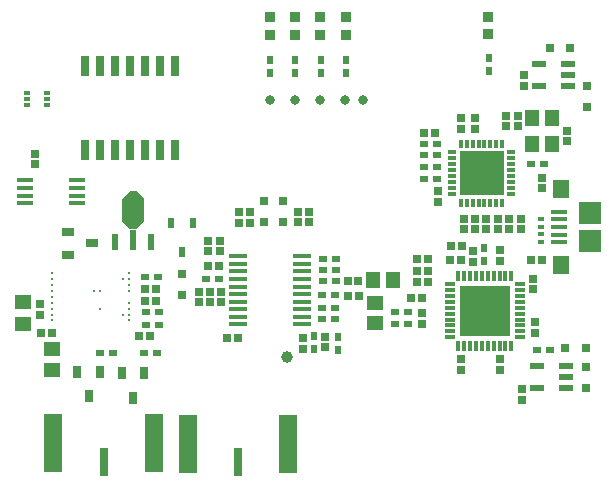
<source format=gtp>
G04*
G04 #@! TF.GenerationSoftware,Altium Limited,Altium Designer,19.1.7 (138)*
G04*
G04 Layer_Color=8421504*
%FSLAX44Y44*%
%MOMM*%
G71*
G01*
G75*
%ADD14C,0.8000*%
%ADD15R,0.4750X0.3000*%
%ADD16R,1.1000X0.6500*%
%ADD17R,1.1500X0.6000*%
%ADD18R,0.6000X0.8500*%
%ADD19R,0.6000X1.4000*%
%ADD20R,0.6000X1.8000*%
%ADD21R,1.4000X0.4500*%
%ADD22R,1.5200X0.4400*%
%ADD23C,1.0000*%
%ADD24R,0.7000X1.7750*%
%ADD25R,0.8000X0.8000*%
%ADD26R,0.8000X0.8000*%
%ADD27R,4.2500X4.2500*%
%ADD28R,0.8500X0.3000*%
%ADD29R,0.3000X0.8500*%
%ADD30R,0.7500X0.3000*%
%ADD31R,3.8500X3.8500*%
%ADD32R,0.3000X0.7500*%
%ADD33R,0.9500X0.9000*%
%ADD34R,1.2000X1.4500*%
%ADD35R,0.6000X0.3500*%
%ADD36R,1.4500X1.1500*%
%ADD37C,0.2000*%
%ADD38R,1.6000X4.9000*%
%ADD39R,0.7000X2.3500*%
%ADD40R,1.2000X1.4000*%
%ADD41R,1.3500X0.4000*%
%ADD42R,1.4000X1.6000*%
%ADD43R,1.9000X1.9000*%
%ADD44R,0.7000X0.6000*%
%ADD45R,0.6500X0.6400*%
%ADD46R,0.6400X0.6500*%
%ADD47R,0.6000X0.7000*%
%ADD48R,1.4500X1.2000*%
%ADD49R,0.6500X1.1000*%
G36*
X170250Y249750D02*
Y230750D01*
X163750Y224250D01*
X157750D01*
X151250Y230750D01*
Y249750D01*
X157750Y256250D01*
X163750D01*
X170250Y249750D01*
D02*
G37*
D14*
X276500Y333750D02*
D03*
X355500Y333500D02*
D03*
X340250D02*
D03*
X319000D02*
D03*
X298000D02*
D03*
D15*
X87882Y339518D02*
D03*
Y334518D02*
D03*
Y329518D02*
D03*
X71122D02*
D03*
Y334518D02*
D03*
Y339518D02*
D03*
D16*
X126250Y212000D02*
D03*
X105250Y202400D02*
D03*
Y221600D02*
D03*
D17*
X504226Y345284D02*
D03*
Y364284D02*
D03*
X529226D02*
D03*
Y354784D02*
D03*
Y345284D02*
D03*
X502500Y89500D02*
D03*
Y108500D02*
D03*
X527500D02*
D03*
Y99000D02*
D03*
Y89500D02*
D03*
D18*
X202000Y205000D02*
D03*
X192500Y229000D02*
D03*
X211500D02*
D03*
D19*
X175750Y213250D02*
D03*
X145750D02*
D03*
D20*
X160750Y215250D02*
D03*
D21*
X69500Y265500D02*
D03*
Y259000D02*
D03*
Y252500D02*
D03*
Y246000D02*
D03*
X113500D02*
D03*
Y252500D02*
D03*
Y259000D02*
D03*
Y265500D02*
D03*
D22*
X304150Y201050D02*
D03*
Y194650D02*
D03*
Y188250D02*
D03*
Y181850D02*
D03*
Y175450D02*
D03*
Y169050D02*
D03*
Y162650D02*
D03*
Y156250D02*
D03*
Y149850D02*
D03*
Y143450D02*
D03*
X249850D02*
D03*
Y149850D02*
D03*
Y156250D02*
D03*
Y162650D02*
D03*
Y169050D02*
D03*
Y175450D02*
D03*
Y181850D02*
D03*
Y188250D02*
D03*
Y194650D02*
D03*
Y201050D02*
D03*
D23*
X290750Y115500D02*
D03*
D24*
X119900Y291120D02*
D03*
X132600D02*
D03*
X145300D02*
D03*
X158000D02*
D03*
X170700D02*
D03*
X183400D02*
D03*
X196100D02*
D03*
Y361880D02*
D03*
X183400D02*
D03*
X170700D02*
D03*
X158000D02*
D03*
X145300D02*
D03*
X132600D02*
D03*
X119900D02*
D03*
D25*
X272001Y230000D02*
D03*
Y247500D02*
D03*
X544501Y89749D02*
D03*
Y107249D02*
D03*
X545225Y345034D02*
D03*
Y327534D02*
D03*
X201751Y168249D02*
D03*
Y185749D02*
D03*
X287999Y247751D02*
D03*
Y230251D02*
D03*
D26*
X530976Y377785D02*
D03*
X513476D02*
D03*
X544250Y123501D02*
D03*
X526750D02*
D03*
D27*
X458500Y155000D02*
D03*
D28*
X429000Y132500D02*
D03*
X429000Y137500D02*
D03*
Y142500D02*
D03*
Y147500D02*
D03*
Y152500D02*
D03*
Y157500D02*
D03*
Y162500D02*
D03*
Y167500D02*
D03*
Y172500D02*
D03*
X429000Y177500D02*
D03*
X488000D02*
D03*
X488000Y172500D02*
D03*
Y167500D02*
D03*
Y162500D02*
D03*
Y157500D02*
D03*
Y152500D02*
D03*
Y147500D02*
D03*
Y142500D02*
D03*
Y137500D02*
D03*
X488000Y132500D02*
D03*
D29*
X436000Y184500D02*
D03*
X441000Y184500D02*
D03*
X446000D02*
D03*
X451000D02*
D03*
X456000D02*
D03*
X461000D02*
D03*
X466000D02*
D03*
X471000D02*
D03*
X476000D02*
D03*
X481000Y184500D02*
D03*
Y125500D02*
D03*
X476000Y125500D02*
D03*
X471000D02*
D03*
X466000D02*
D03*
X461000D02*
D03*
X456000D02*
D03*
X451000D02*
D03*
X446000D02*
D03*
X441000D02*
D03*
X436000Y125500D02*
D03*
D30*
X480750Y264000D02*
D03*
Y269000D02*
D03*
Y289000D02*
D03*
Y284000D02*
D03*
Y279000D02*
D03*
Y274000D02*
D03*
Y259000D02*
D03*
Y254000D02*
D03*
X430750D02*
D03*
Y259000D02*
D03*
Y264000D02*
D03*
Y269000D02*
D03*
Y274000D02*
D03*
Y279000D02*
D03*
Y284000D02*
D03*
Y289000D02*
D03*
D31*
X455750Y271500D02*
D03*
D32*
X438250Y296500D02*
D03*
X443250D02*
D03*
X448250D02*
D03*
X453250D02*
D03*
X458250D02*
D03*
X463250D02*
D03*
X468250D02*
D03*
X473250D02*
D03*
Y246500D02*
D03*
X468250D02*
D03*
X463250D02*
D03*
X458250D02*
D03*
X453250D02*
D03*
X448250D02*
D03*
X443250D02*
D03*
X438250D02*
D03*
D33*
X461500Y404000D02*
D03*
Y389000D02*
D03*
X340750Y403750D02*
D03*
Y388750D02*
D03*
X319250Y403750D02*
D03*
Y388750D02*
D03*
X298000Y403750D02*
D03*
Y388750D02*
D03*
X276500Y403750D02*
D03*
Y388750D02*
D03*
D34*
X364000Y180750D02*
D03*
X381000D02*
D03*
D35*
X506000Y219550D02*
D03*
Y212950D02*
D03*
Y225950D02*
D03*
Y232550D02*
D03*
D36*
X91750Y123000D02*
D03*
Y105000D02*
D03*
X67750Y144000D02*
D03*
Y162000D02*
D03*
D37*
X92500Y146750D02*
D03*
Y151750D02*
D03*
Y156750D02*
D03*
Y161750D02*
D03*
Y166750D02*
D03*
Y171750D02*
D03*
Y176750D02*
D03*
Y181750D02*
D03*
Y186750D02*
D03*
X127500Y171750D02*
D03*
X132500Y156750D02*
D03*
Y171750D02*
D03*
X152500Y151750D02*
D03*
Y181750D02*
D03*
X157500Y146750D02*
D03*
Y151750D02*
D03*
Y156750D02*
D03*
Y161750D02*
D03*
Y171750D02*
D03*
Y176750D02*
D03*
Y181750D02*
D03*
Y186750D02*
D03*
D38*
X207250Y42250D02*
D03*
X292250D02*
D03*
X93250Y43000D02*
D03*
X178250D02*
D03*
D39*
X249750Y26500D02*
D03*
X135750Y27250D02*
D03*
D40*
X515250Y296500D02*
D03*
Y318500D02*
D03*
X498250D02*
D03*
Y296500D02*
D03*
D41*
X521200Y213000D02*
D03*
Y219500D02*
D03*
Y226000D02*
D03*
Y232500D02*
D03*
Y239000D02*
D03*
D42*
X523450Y194000D02*
D03*
Y258000D02*
D03*
D43*
X547950Y214000D02*
D03*
Y238000D02*
D03*
D44*
X181014Y119380D02*
D03*
X170014D02*
D03*
X508750Y279000D02*
D03*
X497750D02*
D03*
X418250Y296500D02*
D03*
X407250D02*
D03*
X418250Y286750D02*
D03*
X407250D02*
D03*
Y277000D02*
D03*
X418250D02*
D03*
X332906Y198374D02*
D03*
X321906D02*
D03*
X233250Y181750D02*
D03*
X222250D02*
D03*
X332906Y189230D02*
D03*
X321906D02*
D03*
X331890Y156972D02*
D03*
X320890D02*
D03*
X331636Y148082D02*
D03*
X320636D02*
D03*
X407250Y266250D02*
D03*
X418250D02*
D03*
X502500Y122000D02*
D03*
X513500D02*
D03*
X331636Y168148D02*
D03*
X320636D02*
D03*
X393750Y143750D02*
D03*
X382750D02*
D03*
X332652Y180086D02*
D03*
X321652D02*
D03*
X393750Y153750D02*
D03*
X382750D02*
D03*
X171500Y142750D02*
D03*
X182500D02*
D03*
X171500Y153750D02*
D03*
X182500D02*
D03*
X171250Y183250D02*
D03*
X182250D02*
D03*
X132422Y119380D02*
D03*
X143422D02*
D03*
D45*
X506750Y198000D02*
D03*
X497750D02*
D03*
X401500Y198500D02*
D03*
X410500D02*
D03*
X405000Y166000D02*
D03*
X396000D02*
D03*
X401500Y188750D02*
D03*
X410500D02*
D03*
X224500Y192500D02*
D03*
X233500D02*
D03*
X401500Y179250D02*
D03*
X410500Y179250D02*
D03*
X407234Y305816D02*
D03*
X416234D02*
D03*
X438332Y197612D02*
D03*
X429332D02*
D03*
X249500Y131500D02*
D03*
X240500D02*
D03*
X429840Y209550D02*
D03*
X438840D02*
D03*
X342718Y167640D02*
D03*
X351718D02*
D03*
X342500Y180000D02*
D03*
X351500D02*
D03*
X83000Y135750D02*
D03*
X92000D02*
D03*
X171250Y173000D02*
D03*
X180250D02*
D03*
X171250Y163000D02*
D03*
X180250D02*
D03*
X165680Y133604D02*
D03*
X174680D02*
D03*
D46*
X438250Y318250D02*
D03*
Y309250D02*
D03*
X450250Y318000D02*
D03*
Y309000D02*
D03*
X507000Y267500D02*
D03*
Y258500D02*
D03*
X234250Y205250D02*
D03*
Y214250D02*
D03*
X216500Y171000D02*
D03*
Y162000D02*
D03*
X224250Y205250D02*
D03*
Y214250D02*
D03*
X438750Y113750D02*
D03*
Y104750D02*
D03*
X235250Y171000D02*
D03*
Y162000D02*
D03*
X226000Y171000D02*
D03*
Y162000D02*
D03*
X448310Y196160D02*
D03*
Y205160D02*
D03*
X323088Y133024D02*
D03*
Y124024D02*
D03*
X304250Y122500D02*
D03*
Y131500D02*
D03*
X476500Y311000D02*
D03*
Y320000D02*
D03*
X259500Y229500D02*
D03*
Y238500D02*
D03*
X250000Y229500D02*
D03*
Y238500D02*
D03*
X310000Y230000D02*
D03*
Y239000D02*
D03*
X300250Y230000D02*
D03*
Y239000D02*
D03*
X489000Y233000D02*
D03*
Y224000D02*
D03*
X528000Y298500D02*
D03*
Y307500D02*
D03*
X77750Y279000D02*
D03*
Y288000D02*
D03*
X418750Y247000D02*
D03*
Y256000D02*
D03*
X471000Y197201D02*
D03*
Y206201D02*
D03*
X486250Y320000D02*
D03*
Y311000D02*
D03*
X491476Y345534D02*
D03*
Y354534D02*
D03*
X440500Y233000D02*
D03*
Y224000D02*
D03*
X499500Y173000D02*
D03*
Y182000D02*
D03*
X471750Y113750D02*
D03*
Y104750D02*
D03*
X405250Y153000D02*
D03*
Y144000D02*
D03*
X501396Y145216D02*
D03*
Y136216D02*
D03*
X450000Y233000D02*
D03*
Y224000D02*
D03*
X459750Y233000D02*
D03*
Y224000D02*
D03*
X469500Y233000D02*
D03*
Y224000D02*
D03*
X479250Y233000D02*
D03*
Y224000D02*
D03*
X489750Y88500D02*
D03*
Y79500D02*
D03*
X82000Y151750D02*
D03*
Y160750D02*
D03*
D47*
X458216Y207684D02*
D03*
Y196684D02*
D03*
X313500Y133500D02*
D03*
Y122500D02*
D03*
X334000Y121750D02*
D03*
Y132750D02*
D03*
X341000Y367500D02*
D03*
Y356500D02*
D03*
X319500Y367500D02*
D03*
Y356500D02*
D03*
X298000Y367500D02*
D03*
Y356500D02*
D03*
X276250Y367250D02*
D03*
Y356250D02*
D03*
X462000Y369000D02*
D03*
Y358000D02*
D03*
D48*
X365500Y161750D02*
D03*
Y144750D02*
D03*
D49*
X123250Y82500D02*
D03*
X113650Y103500D02*
D03*
X132850D02*
D03*
X160750Y81250D02*
D03*
X151150Y102250D02*
D03*
X170350D02*
D03*
M02*

</source>
